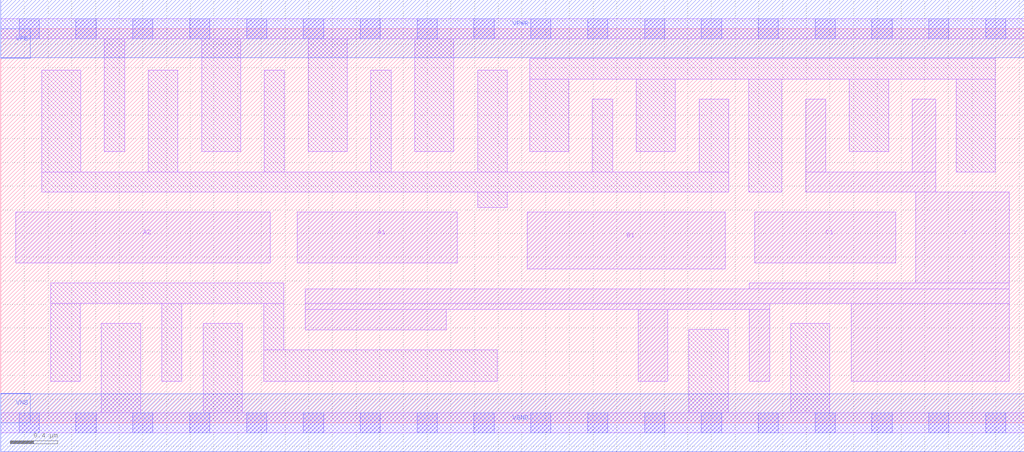
<source format=lef>
# Copyright 2020 The SkyWater PDK Authors
#
# Licensed under the Apache License, Version 2.0 (the "License");
# you may not use this file except in compliance with the License.
# You may obtain a copy of the License at
#
#     https://www.apache.org/licenses/LICENSE-2.0
#
# Unless required by applicable law or agreed to in writing, software
# distributed under the License is distributed on an "AS IS" BASIS,
# WITHOUT WARRANTIES OR CONDITIONS OF ANY KIND, either express or implied.
# See the License for the specific language governing permissions and
# limitations under the License.
#
# SPDX-License-Identifier: Apache-2.0

VERSION 5.5 ;
NAMESCASESENSITIVE ON ;
BUSBITCHARS "[]" ;
DIVIDERCHAR "/" ;
MACRO sky130_fd_sc_hs__a211oi_4
  CLASS CORE ;
  SOURCE USER ;
  ORIGIN  0.000000  0.000000 ;
  SIZE  8.640000 BY  3.330000 ;
  SYMMETRY X Y ;
  SITE unit ;
  PIN A1
    ANTENNAGATEAREA  1.116000 ;
    DIRECTION INPUT ;
    USE SIGNAL ;
    PORT
      LAYER li1 ;
        RECT 2.505000 1.350000 3.855000 1.780000 ;
    END
  END A1
  PIN A2
    ANTENNAGATEAREA  1.116000 ;
    DIRECTION INPUT ;
    USE SIGNAL ;
    PORT
      LAYER li1 ;
        RECT 0.125000 1.350000 2.275000 1.780000 ;
    END
  END A2
  PIN B1
    ANTENNAGATEAREA  0.894000 ;
    DIRECTION INPUT ;
    USE SIGNAL ;
    PORT
      LAYER li1 ;
        RECT 4.445000 1.300000 6.115000 1.780000 ;
    END
  END B1
  PIN C1
    ANTENNAGATEAREA  0.894000 ;
    DIRECTION INPUT ;
    USE SIGNAL ;
    PORT
      LAYER li1 ;
        RECT 6.365000 1.350000 7.555000 1.780000 ;
    END
  END C1
  PIN Y
    ANTENNADIFFAREA  1.685800 ;
    DIRECTION OUTPUT ;
    USE SIGNAL ;
    PORT
      LAYER li1 ;
        RECT 2.570000 0.785000 3.760000 0.960000 ;
        RECT 2.570000 0.960000 6.490000 1.010000 ;
        RECT 2.570000 1.010000 8.515000 1.130000 ;
        RECT 5.380000 0.350000 5.630000 0.960000 ;
        RECT 6.320000 0.350000 6.490000 0.960000 ;
        RECT 6.320000 1.130000 8.515000 1.180000 ;
        RECT 6.795000 1.950000 7.895000 2.120000 ;
        RECT 6.795000 2.120000 6.965000 2.735000 ;
        RECT 7.180000 0.350000 8.515000 1.010000 ;
        RECT 7.695000 2.120000 7.895000 2.735000 ;
        RECT 7.725000 1.180000 8.515000 1.950000 ;
    END
  END Y
  PIN VGND
    DIRECTION INOUT ;
    USE GROUND ;
    PORT
      LAYER met1 ;
        RECT 0.000000 -0.245000 8.640000 0.245000 ;
    END
  END VGND
  PIN VNB
    DIRECTION INOUT ;
    USE GROUND ;
    PORT
      LAYER met1 ;
        RECT 0.000000 0.000000 0.250000 0.250000 ;
    END
  END VNB
  PIN VPB
    DIRECTION INOUT ;
    USE POWER ;
    PORT
      LAYER met1 ;
        RECT 0.000000 3.080000 0.250000 3.330000 ;
    END
  END VPB
  PIN VPWR
    DIRECTION INOUT ;
    USE POWER ;
    PORT
      LAYER met1 ;
        RECT 0.000000 3.085000 8.640000 3.575000 ;
    END
  END VPWR
  OBS
    LAYER li1 ;
      RECT 0.000000 -0.085000 8.640000 0.085000 ;
      RECT 0.000000  3.245000 8.640000 3.415000 ;
      RECT 0.345000  1.950000 6.145000 2.120000 ;
      RECT 0.345000  2.120000 0.675000 2.980000 ;
      RECT 0.420000  0.350000 0.670000 1.010000 ;
      RECT 0.420000  1.010000 2.390000 1.180000 ;
      RECT 0.850000  0.085000 1.180000 0.840000 ;
      RECT 0.875000  2.290000 1.045000 3.245000 ;
      RECT 1.245000  2.120000 1.495000 2.980000 ;
      RECT 1.360000  0.350000 1.530000 1.010000 ;
      RECT 1.695000  2.290000 2.025000 3.245000 ;
      RECT 1.710000  0.085000 2.040000 0.840000 ;
      RECT 2.220000  0.350000 4.190000 0.615000 ;
      RECT 2.220000  0.615000 2.390000 1.010000 ;
      RECT 2.225000  2.120000 2.395000 2.980000 ;
      RECT 2.595000  2.290000 2.925000 3.245000 ;
      RECT 3.125000  2.120000 3.295000 2.980000 ;
      RECT 3.495000  2.290000 3.825000 3.245000 ;
      RECT 4.025000  1.820000 4.275000 1.950000 ;
      RECT 4.025000  2.120000 4.275000 2.980000 ;
      RECT 4.465000  2.290000 4.795000 2.905000 ;
      RECT 4.465000  2.905000 8.395000 3.075000 ;
      RECT 4.995000  2.120000 5.165000 2.735000 ;
      RECT 5.365000  2.290000 5.695000 2.905000 ;
      RECT 5.810000  0.085000 6.140000 0.790000 ;
      RECT 5.895000  2.120000 6.145000 2.735000 ;
      RECT 6.315000  1.950000 6.595000 2.905000 ;
      RECT 6.670000  0.085000 7.000000 0.840000 ;
      RECT 7.165000  2.290000 7.495000 2.905000 ;
      RECT 8.065000  2.120000 8.395000 2.905000 ;
    LAYER mcon ;
      RECT 0.155000 -0.085000 0.325000 0.085000 ;
      RECT 0.155000  3.245000 0.325000 3.415000 ;
      RECT 0.635000 -0.085000 0.805000 0.085000 ;
      RECT 0.635000  3.245000 0.805000 3.415000 ;
      RECT 1.115000 -0.085000 1.285000 0.085000 ;
      RECT 1.115000  3.245000 1.285000 3.415000 ;
      RECT 1.595000 -0.085000 1.765000 0.085000 ;
      RECT 1.595000  3.245000 1.765000 3.415000 ;
      RECT 2.075000 -0.085000 2.245000 0.085000 ;
      RECT 2.075000  3.245000 2.245000 3.415000 ;
      RECT 2.555000 -0.085000 2.725000 0.085000 ;
      RECT 2.555000  3.245000 2.725000 3.415000 ;
      RECT 3.035000 -0.085000 3.205000 0.085000 ;
      RECT 3.035000  3.245000 3.205000 3.415000 ;
      RECT 3.515000 -0.085000 3.685000 0.085000 ;
      RECT 3.515000  3.245000 3.685000 3.415000 ;
      RECT 3.995000 -0.085000 4.165000 0.085000 ;
      RECT 3.995000  3.245000 4.165000 3.415000 ;
      RECT 4.475000 -0.085000 4.645000 0.085000 ;
      RECT 4.475000  3.245000 4.645000 3.415000 ;
      RECT 4.955000 -0.085000 5.125000 0.085000 ;
      RECT 4.955000  3.245000 5.125000 3.415000 ;
      RECT 5.435000 -0.085000 5.605000 0.085000 ;
      RECT 5.435000  3.245000 5.605000 3.415000 ;
      RECT 5.915000 -0.085000 6.085000 0.085000 ;
      RECT 5.915000  3.245000 6.085000 3.415000 ;
      RECT 6.395000 -0.085000 6.565000 0.085000 ;
      RECT 6.395000  3.245000 6.565000 3.415000 ;
      RECT 6.875000 -0.085000 7.045000 0.085000 ;
      RECT 6.875000  3.245000 7.045000 3.415000 ;
      RECT 7.355000 -0.085000 7.525000 0.085000 ;
      RECT 7.355000  3.245000 7.525000 3.415000 ;
      RECT 7.835000 -0.085000 8.005000 0.085000 ;
      RECT 7.835000  3.245000 8.005000 3.415000 ;
      RECT 8.315000 -0.085000 8.485000 0.085000 ;
      RECT 8.315000  3.245000 8.485000 3.415000 ;
  END
END sky130_fd_sc_hs__a211oi_4
END LIBRARY

</source>
